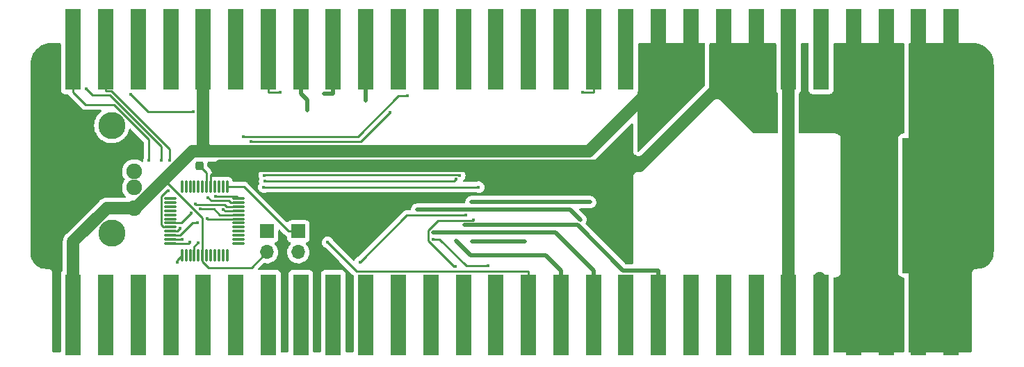
<source format=gbr>
G04 #@! TF.GenerationSoftware,KiCad,Pcbnew,(6.0.6-0)*
G04 #@! TF.CreationDate,2022-08-27T20:22:06+09:00*
G04 #@! TF.ProjectId,MahJamma,4d61684a-616d-46d6-912e-6b696361645f,rev?*
G04 #@! TF.SameCoordinates,Original*
G04 #@! TF.FileFunction,Copper,L1,Top*
G04 #@! TF.FilePolarity,Positive*
%FSLAX46Y46*%
G04 Gerber Fmt 4.6, Leading zero omitted, Abs format (unit mm)*
G04 Created by KiCad (PCBNEW (6.0.6-0)) date 2022-08-27 20:22:06*
%MOMM*%
%LPD*%
G01*
G04 APERTURE LIST*
G04 Aperture macros list*
%AMRoundRect*
0 Rectangle with rounded corners*
0 $1 Rounding radius*
0 $2 $3 $4 $5 $6 $7 $8 $9 X,Y pos of 4 corners*
0 Add a 4 corners polygon primitive as box body*
4,1,4,$2,$3,$4,$5,$6,$7,$8,$9,$2,$3,0*
0 Add four circle primitives for the rounded corners*
1,1,$1+$1,$2,$3*
1,1,$1+$1,$4,$5*
1,1,$1+$1,$6,$7*
1,1,$1+$1,$8,$9*
0 Add four rect primitives between the rounded corners*
20,1,$1+$1,$2,$3,$4,$5,0*
20,1,$1+$1,$4,$5,$6,$7,0*
20,1,$1+$1,$6,$7,$8,$9,0*
20,1,$1+$1,$8,$9,$2,$3,0*%
G04 Aperture macros list end*
G04 #@! TA.AperFunction,SMDPad,CuDef*
%ADD10RoundRect,0.237500X0.237500X-0.300000X0.237500X0.300000X-0.237500X0.300000X-0.237500X-0.300000X0*%
G04 #@! TD*
G04 #@! TA.AperFunction,SMDPad,CuDef*
%ADD11RoundRect,0.075000X-0.662500X-0.075000X0.662500X-0.075000X0.662500X0.075000X-0.662500X0.075000X0*%
G04 #@! TD*
G04 #@! TA.AperFunction,SMDPad,CuDef*
%ADD12RoundRect,0.075000X-0.075000X-0.662500X0.075000X-0.662500X0.075000X0.662500X-0.075000X0.662500X0*%
G04 #@! TD*
G04 #@! TA.AperFunction,ComponentPad*
%ADD13R,1.700000X1.700000*%
G04 #@! TD*
G04 #@! TA.AperFunction,ComponentPad*
%ADD14O,1.700000X1.700000*%
G04 #@! TD*
G04 #@! TA.AperFunction,SMDPad,CuDef*
%ADD15R,1.980000X9.900000*%
G04 #@! TD*
G04 #@! TA.AperFunction,ComponentPad*
%ADD16C,3.300000*%
G04 #@! TD*
G04 #@! TA.AperFunction,ComponentPad*
%ADD17C,1.900000*%
G04 #@! TD*
G04 #@! TA.AperFunction,ViaPad*
%ADD18C,0.400000*%
G04 #@! TD*
G04 #@! TA.AperFunction,Conductor*
%ADD19C,0.250000*%
G04 #@! TD*
G04 #@! TA.AperFunction,Conductor*
%ADD20C,0.500000*%
G04 #@! TD*
G04 #@! TA.AperFunction,Conductor*
%ADD21C,1.500000*%
G04 #@! TD*
G04 APERTURE END LIST*
D10*
X116840000Y-65632500D03*
X116840000Y-63907500D03*
D11*
X113312500Y-69640000D03*
X113312500Y-70140000D03*
X113312500Y-70640000D03*
X113312500Y-71140000D03*
X113312500Y-71640000D03*
X113312500Y-72140000D03*
X113312500Y-72640000D03*
X113312500Y-73140000D03*
X113312500Y-73640000D03*
X113312500Y-74140000D03*
X113312500Y-74640000D03*
X113312500Y-75140000D03*
D12*
X114725000Y-76552500D03*
X115225000Y-76552500D03*
X115725000Y-76552500D03*
X116225000Y-76552500D03*
X116725000Y-76552500D03*
X117225000Y-76552500D03*
X117725000Y-76552500D03*
X118225000Y-76552500D03*
X118725000Y-76552500D03*
X119225000Y-76552500D03*
X119725000Y-76552500D03*
X120225000Y-76552500D03*
D11*
X121637500Y-75140000D03*
X121637500Y-74640000D03*
X121637500Y-74140000D03*
X121637500Y-73640000D03*
X121637500Y-73140000D03*
X121637500Y-72640000D03*
X121637500Y-72140000D03*
X121637500Y-71640000D03*
X121637500Y-71140000D03*
X121637500Y-70640000D03*
X121637500Y-70140000D03*
X121637500Y-69640000D03*
D12*
X120225000Y-68227500D03*
X119725000Y-68227500D03*
X119225000Y-68227500D03*
X118725000Y-68227500D03*
X118225000Y-68227500D03*
X117725000Y-68227500D03*
X117225000Y-68227500D03*
X116725000Y-68227500D03*
X116225000Y-68227500D03*
X115725000Y-68227500D03*
X115225000Y-68227500D03*
X114725000Y-68227500D03*
D10*
X119380000Y-65632500D03*
X119380000Y-63907500D03*
D13*
X125095000Y-73655000D03*
D14*
X125095000Y-76195000D03*
D15*
X208400000Y-51435000D03*
X204440000Y-51435000D03*
X200480000Y-51435000D03*
X196520000Y-51435000D03*
X192560000Y-51435000D03*
X188600000Y-51435000D03*
X184640000Y-51435000D03*
X180680000Y-51435000D03*
X176720000Y-51435000D03*
X172760000Y-51435000D03*
X168800000Y-51435000D03*
X164840000Y-51435000D03*
X160880000Y-51435000D03*
X156920000Y-51435000D03*
X152960000Y-51435000D03*
X149000000Y-51435000D03*
X145040000Y-51435000D03*
X141080000Y-51435000D03*
X137120000Y-51435000D03*
X133160000Y-51435000D03*
X129200000Y-51435000D03*
X125240000Y-51435000D03*
X121280000Y-51435000D03*
X117320000Y-51435000D03*
X113360000Y-51435000D03*
X109400000Y-51435000D03*
X105440000Y-51435000D03*
X101480000Y-51435000D03*
D13*
X128905000Y-73655000D03*
D14*
X128905000Y-76195000D03*
D15*
X101480000Y-83820000D03*
X105440000Y-83820000D03*
X109400000Y-83820000D03*
X113360000Y-83820000D03*
X117320000Y-83820000D03*
X121280000Y-83820000D03*
X125240000Y-83820000D03*
X129200000Y-83820000D03*
X133160000Y-83820000D03*
X137120000Y-83820000D03*
X141080000Y-83820000D03*
X145040000Y-83820000D03*
X149000000Y-83820000D03*
X152960000Y-83820000D03*
X156920000Y-83820000D03*
X160880000Y-83820000D03*
X164840000Y-83820000D03*
X168800000Y-83820000D03*
X172760000Y-83820000D03*
X176720000Y-83820000D03*
X180680000Y-83820000D03*
X184640000Y-83820000D03*
X188600000Y-83820000D03*
X192560000Y-83820000D03*
X196520000Y-83820000D03*
X200480000Y-83820000D03*
X204440000Y-83820000D03*
X208400000Y-83820000D03*
D16*
X106185000Y-60740000D03*
X106185000Y-73880000D03*
D17*
X108895000Y-70810000D03*
X108895000Y-68310000D03*
X108895000Y-66310000D03*
X108895000Y-63810000D03*
D18*
X110707300Y-65005800D03*
X116329000Y-70307300D03*
X113215400Y-64965900D03*
X118776400Y-69375900D03*
X103024100Y-56244800D03*
X112247800Y-64992200D03*
X117883600Y-69507700D03*
X108472000Y-56930000D03*
X116122700Y-59071300D03*
X119761400Y-70947600D03*
X140044900Y-59173600D03*
X123147400Y-62731000D03*
X115819600Y-71452600D03*
X142146600Y-57118100D03*
X122175000Y-62092100D03*
X113091600Y-68716700D03*
X148101200Y-67267600D03*
X124799400Y-67509200D03*
X114483600Y-73282500D03*
X148548100Y-66832000D03*
X124746000Y-66804100D03*
X116647400Y-72618200D03*
X150845300Y-68246800D03*
X124683100Y-68246800D03*
X114771200Y-74640000D03*
X149278500Y-71704900D03*
X136425100Y-77405000D03*
X114123900Y-77390200D03*
X116920600Y-70899000D03*
X117760100Y-72066300D03*
X145341400Y-73769300D03*
X130003400Y-58892800D03*
X148111900Y-74808200D03*
X131978500Y-56835300D03*
X192405000Y-79375000D03*
X188600000Y-53335000D03*
X188600000Y-81275000D03*
X188600000Y-80005000D03*
X188600000Y-55240000D03*
X163243200Y-72233100D03*
X143379300Y-71014600D03*
X156527100Y-74872700D03*
X150080500Y-74872700D03*
X121692000Y-65632500D03*
X120422000Y-65632500D03*
X119380000Y-65632500D03*
X182880000Y-51435000D03*
X200480000Y-81460000D03*
X200480000Y-79555000D03*
X196520000Y-81610000D03*
X196520000Y-79705000D03*
X180680000Y-54950000D03*
X180680000Y-53635000D03*
X184640000Y-53485000D03*
X184640000Y-55315000D03*
X200480000Y-55425000D03*
X200480000Y-53520000D03*
X196520000Y-53670000D03*
X196520000Y-55575000D03*
X198755000Y-51435000D03*
X116657700Y-75016100D03*
X151977900Y-77869400D03*
X145302000Y-74590500D03*
X126645200Y-56710300D03*
X132473600Y-74985000D03*
X115661700Y-74985000D03*
X147983100Y-77913200D03*
X150191700Y-72224700D03*
X163542700Y-56710300D03*
X164424300Y-70084000D03*
X149997900Y-70084000D03*
X149115000Y-72883200D03*
X137089000Y-57726200D03*
X101480000Y-76955000D03*
X101480000Y-80130000D03*
X117320000Y-56035000D03*
X208400000Y-81160000D03*
X208400000Y-79255000D03*
X204440000Y-81310000D03*
X204440000Y-79405000D03*
X208400000Y-55760000D03*
X208400000Y-53855000D03*
X204440000Y-54005000D03*
X204440000Y-55910000D03*
X174625000Y-51435000D03*
X176720000Y-53785000D03*
X172760000Y-53935000D03*
X172760000Y-55285000D03*
X176868000Y-55542500D03*
D19*
X101480000Y-51435000D02*
X101480000Y-56710300D01*
X116395400Y-70373700D02*
X116329000Y-70307300D01*
X119930500Y-70373700D02*
X116395400Y-70373700D01*
X120196800Y-70640000D02*
X119930500Y-70373700D01*
X121637500Y-70640000D02*
X120196800Y-70640000D01*
X110707300Y-62451000D02*
X110707300Y-65005800D01*
X106422900Y-58166600D02*
X110707300Y-62451000D01*
X102936300Y-58166600D02*
X106422900Y-58166600D01*
X101480000Y-56710300D02*
X102936300Y-58166600D01*
X105440000Y-51435000D02*
X105440000Y-56523700D01*
X106145300Y-56523700D02*
X105440000Y-56523700D01*
X113215400Y-63593800D02*
X106145300Y-56523700D01*
X113215400Y-64965900D02*
X113215400Y-63593800D01*
X121373400Y-69375900D02*
X118776400Y-69375900D01*
X121637500Y-69640000D02*
X121373400Y-69375900D01*
X112247800Y-63319600D02*
X112247800Y-64992200D01*
X105956900Y-57028700D02*
X112247800Y-63319600D01*
X103808000Y-57028700D02*
X105956900Y-57028700D01*
X103024100Y-56244800D02*
X103808000Y-57028700D01*
X118298500Y-69922600D02*
X117883600Y-69507700D01*
X120443900Y-69922600D02*
X118298500Y-69922600D01*
X120661300Y-70140000D02*
X120443900Y-69922600D01*
X121637500Y-70140000D02*
X120661300Y-70140000D01*
X110613300Y-59071300D02*
X116122700Y-59071300D01*
X108472000Y-56930000D02*
X110613300Y-59071300D01*
X119953800Y-71140000D02*
X119761400Y-70947600D01*
X121637500Y-71140000D02*
X119953800Y-71140000D01*
X114632200Y-72640000D02*
X115819600Y-71452600D01*
X113312500Y-72640000D02*
X114632200Y-72640000D01*
X136487500Y-62731000D02*
X123147400Y-62731000D01*
X140044900Y-59173600D02*
X136487500Y-62731000D01*
X112493800Y-73140000D02*
X113312500Y-73140000D01*
X112223900Y-72870100D02*
X112493800Y-73140000D01*
X112223900Y-69359900D02*
X112223900Y-72870100D01*
X112867100Y-68716700D02*
X112223900Y-69359900D01*
X113091600Y-68716700D02*
X112867100Y-68716700D01*
X136125800Y-62092100D02*
X122175000Y-62092100D01*
X141099800Y-57118100D02*
X136125800Y-62092100D01*
X142146600Y-57118100D02*
X141099800Y-57118100D01*
X114126100Y-73640000D02*
X114483600Y-73282500D01*
X113312500Y-73640000D02*
X114126100Y-73640000D01*
X147859600Y-67509200D02*
X124799400Y-67509200D01*
X148101200Y-67267600D02*
X147859600Y-67509200D01*
X114528300Y-74140000D02*
X113312500Y-74140000D01*
X116050100Y-72618200D02*
X114528300Y-74140000D01*
X116647400Y-72618200D02*
X116050100Y-72618200D01*
X124825100Y-66725000D02*
X124746000Y-66804100D01*
X148441100Y-66725000D02*
X124825100Y-66725000D01*
X148548100Y-66832000D02*
X148441100Y-66725000D01*
X114771200Y-74640000D02*
X113312500Y-74640000D01*
X150845300Y-68246800D02*
X124683100Y-68246800D01*
X114123900Y-77153600D02*
X114123900Y-77390200D01*
X114725000Y-76552500D02*
X114123900Y-77153600D01*
X142125200Y-71704900D02*
X149278500Y-71704900D01*
X136425100Y-77405000D02*
X142125200Y-71704900D01*
X118607500Y-70899000D02*
X116920600Y-70899000D01*
X119348500Y-71640000D02*
X118607500Y-70899000D01*
X121637500Y-71640000D02*
X119348500Y-71640000D01*
X117833800Y-72140000D02*
X117760100Y-72066300D01*
X121637500Y-72140000D02*
X117833800Y-72140000D01*
D20*
X129200000Y-51435000D02*
X129200000Y-56835300D01*
X164840000Y-83820000D02*
X164840000Y-78419700D01*
X130003400Y-57638700D02*
X129200000Y-56835300D01*
X130003400Y-58892800D02*
X130003400Y-57638700D01*
X160189600Y-73769300D02*
X145341400Y-73769300D01*
X164840000Y-78419700D02*
X160189600Y-73769300D01*
X133160000Y-51435000D02*
X133160000Y-56835300D01*
X131978500Y-56835300D02*
X133160000Y-56835300D01*
X149867100Y-76563400D02*
X148111900Y-74808200D01*
X159023700Y-76563400D02*
X149867100Y-76563400D01*
X160880000Y-78419700D02*
X159023700Y-76563400D01*
X160880000Y-83820000D02*
X160880000Y-78419700D01*
D21*
X192560000Y-79530000D02*
X192560000Y-83820000D01*
X192405000Y-79375000D02*
X192560000Y-79530000D01*
X188600000Y-53335000D02*
X188600000Y-55240000D01*
X188600000Y-81275000D02*
X188600000Y-83820000D01*
X188600000Y-80005000D02*
X188600000Y-81275000D01*
X188600000Y-55240000D02*
X188600000Y-80005000D01*
X188600000Y-51435000D02*
X188600000Y-53335000D01*
D20*
X162024700Y-71014600D02*
X143379300Y-71014600D01*
X163243200Y-72233100D02*
X162024700Y-71014600D01*
X156527100Y-74872700D02*
X150080500Y-74872700D01*
D19*
X118225000Y-66787500D02*
X119380000Y-65632500D01*
X118225000Y-68227500D02*
X118225000Y-66787500D01*
D21*
X200480000Y-81460000D02*
X200480000Y-83820000D01*
X200480000Y-79555000D02*
X200480000Y-81460000D01*
X200480000Y-55425000D02*
X200480000Y-79555000D01*
X200480000Y-53520000D02*
X200480000Y-55425000D01*
X196520000Y-53670000D02*
X196520000Y-51435000D01*
X196520000Y-55575000D02*
X196520000Y-53670000D01*
X198755000Y-51435000D02*
X200480000Y-51435000D01*
X196520000Y-83820000D02*
X196520000Y-81610000D01*
X200480000Y-83820000D02*
X196520000Y-83820000D01*
X200480000Y-51435000D02*
X200480000Y-53520000D01*
X196520000Y-51435000D02*
X198755000Y-51435000D01*
X121692000Y-65632500D02*
X120422000Y-65632500D01*
X120422000Y-65632500D02*
X119380000Y-65632500D01*
X180680000Y-51435000D02*
X182880000Y-51435000D01*
X182880000Y-51435000D02*
X184640000Y-51435000D01*
X170442000Y-65632500D02*
X121692000Y-65632500D01*
X180680000Y-55395000D02*
X170442000Y-65632500D01*
X180680000Y-54950000D02*
X180680000Y-55395000D01*
X180680000Y-51435000D02*
X180680000Y-54950000D01*
X196520000Y-81610000D02*
X196520000Y-79705000D01*
X196520000Y-79705000D02*
X196520000Y-55575000D01*
D19*
X116225000Y-75448800D02*
X116657700Y-75016100D01*
X116225000Y-76552500D02*
X116225000Y-75448800D01*
X117725000Y-66517500D02*
X116840000Y-65632500D01*
X117725000Y-68227500D02*
X117725000Y-66517500D01*
X128905000Y-73655000D02*
X127729700Y-73655000D01*
X122302200Y-68227500D02*
X127729700Y-73655000D01*
X120225000Y-68227500D02*
X122302200Y-68227500D01*
X146112600Y-74590500D02*
X145302000Y-74590500D01*
X149391500Y-77869400D02*
X146112600Y-74590500D01*
X151977900Y-77869400D02*
X149391500Y-77869400D01*
X125240000Y-51435000D02*
X125240000Y-56710300D01*
X125240000Y-56710300D02*
X126645200Y-56710300D01*
X156920000Y-83820000D02*
X156920000Y-78544700D01*
X136033300Y-78544700D02*
X156920000Y-78544700D01*
X132473600Y-74985000D02*
X136033300Y-78544700D01*
X115481400Y-75165300D02*
X115661700Y-74985000D01*
X113337800Y-75165300D02*
X115481400Y-75165300D01*
X113312500Y-75140000D02*
X113337800Y-75165300D01*
X150108600Y-72307800D02*
X150191700Y-72224700D01*
X145935800Y-72307800D02*
X150108600Y-72307800D01*
X144718600Y-73525000D02*
X145935800Y-72307800D01*
X144718600Y-74761800D02*
X144718600Y-73525000D01*
X147870000Y-77913200D02*
X144718600Y-74761800D01*
X147983100Y-77913200D02*
X147870000Y-77913200D01*
X164840000Y-51435000D02*
X164840000Y-56710300D01*
X164840000Y-56710300D02*
X163542700Y-56710300D01*
D20*
X149997900Y-70084000D02*
X164424300Y-70084000D01*
X137089000Y-56866300D02*
X137089000Y-57726200D01*
X137120000Y-56835300D02*
X137089000Y-56866300D01*
X137120000Y-51435000D02*
X137120000Y-56835300D01*
X172760000Y-83820000D02*
X172760000Y-78419700D01*
X168439300Y-78419700D02*
X172760000Y-78419700D01*
X162902800Y-72883200D02*
X168439300Y-78419700D01*
X149115000Y-72883200D02*
X162902800Y-72883200D01*
D21*
X101480000Y-80130000D02*
X101480000Y-76955000D01*
X172760000Y-55395000D02*
X172760000Y-51435000D01*
X164248000Y-63907500D02*
X172760000Y-55395000D01*
X119380000Y-63907500D02*
X164248000Y-63907500D01*
D19*
X117225000Y-77355700D02*
X117225000Y-76552500D01*
X117974000Y-78105000D02*
X117225000Y-77355700D01*
X123185000Y-78105000D02*
X117974000Y-78105000D01*
X125095000Y-76195000D02*
X123185000Y-78105000D01*
X112598000Y-67403500D02*
X112489000Y-67403500D01*
X117225000Y-72030700D02*
X112598000Y-67403500D01*
X117225000Y-76552500D02*
X117225000Y-72030700D01*
D21*
X117320000Y-51435000D02*
X117320000Y-56035000D01*
X117320000Y-63345000D02*
X117882000Y-63907500D01*
X117320000Y-56035000D02*
X117320000Y-63345000D01*
X101480000Y-83820000D02*
X101480000Y-80130000D01*
X105578000Y-70810000D02*
X108895000Y-70810000D01*
X101480000Y-74908000D02*
X105578000Y-70810000D01*
X101480000Y-76955000D02*
X101480000Y-74908000D01*
X208400000Y-81160000D02*
X208400000Y-83820000D01*
X208400000Y-79255000D02*
X208400000Y-81160000D01*
X204440000Y-81310000D02*
X204440000Y-83820000D01*
X204440000Y-79405000D02*
X204440000Y-81310000D01*
X208400000Y-55760000D02*
X208400000Y-79255000D01*
X208400000Y-53855000D02*
X208400000Y-55760000D01*
X204440000Y-54005000D02*
X204440000Y-79405000D01*
X174625000Y-51435000D02*
X176720000Y-51435000D01*
X172760000Y-51435000D02*
X174625000Y-51435000D01*
X208400000Y-83820000D02*
X204440000Y-83820000D01*
X204440000Y-51435000D02*
X204440000Y-54005000D01*
X204440000Y-51435000D02*
X208400000Y-51435000D01*
X208400000Y-51435000D02*
X208400000Y-53855000D01*
X109082000Y-70810000D02*
X112489000Y-67403500D01*
X108895000Y-70810000D02*
X109082000Y-70810000D01*
X115985000Y-63907500D02*
X116840000Y-63907500D01*
X112489000Y-67403500D02*
X115985000Y-63907500D01*
X116840000Y-63907500D02*
X117882000Y-63907500D01*
X117882000Y-63907500D02*
X119380000Y-63907500D01*
G04 #@! TA.AperFunction,Conductor*
G36*
X211423151Y-50675702D02*
G01*
X211660445Y-50720654D01*
X211674114Y-50724044D01*
X211803034Y-50763789D01*
X211931958Y-50803536D01*
X211945154Y-50808428D01*
X212158593Y-50901422D01*
X212192501Y-50916195D01*
X212205078Y-50922533D01*
X212438855Y-51057233D01*
X212450646Y-51064935D01*
X212667943Y-51224893D01*
X212678776Y-51233842D01*
X212876871Y-51417060D01*
X212886652Y-51427179D01*
X213063047Y-51631343D01*
X213071634Y-51642484D01*
X213224147Y-51865068D01*
X213231438Y-51877100D01*
X213358162Y-52115323D01*
X213364064Y-52128094D01*
X213463398Y-52378943D01*
X213467844Y-52392307D01*
X213538565Y-52652686D01*
X213541490Y-52666459D01*
X213580465Y-52918588D01*
X213582709Y-52933103D01*
X213584079Y-52947120D01*
X213593796Y-53180940D01*
X213592112Y-53207348D01*
X213590401Y-53217386D01*
X213592847Y-53238441D01*
X213594607Y-53253594D01*
X213595449Y-53268133D01*
X213595449Y-76150633D01*
X213593949Y-76170018D01*
X213591639Y-76184851D01*
X213591639Y-76184855D01*
X213590258Y-76193724D01*
X213592348Y-76209708D01*
X213593127Y-76234499D01*
X213577678Y-76464054D01*
X213575410Y-76480823D01*
X213524116Y-76731801D01*
X213519622Y-76748114D01*
X213435164Y-76989951D01*
X213428525Y-77005516D01*
X213312420Y-77233862D01*
X213303755Y-77248397D01*
X213158099Y-77459126D01*
X213147565Y-77472368D01*
X212974990Y-77661678D01*
X212962776Y-77673390D01*
X212766385Y-77837872D01*
X212752712Y-77847841D01*
X212536058Y-77984522D01*
X212521173Y-77992569D01*
X212288155Y-78098988D01*
X212272325Y-78104968D01*
X212027147Y-78179204D01*
X212010668Y-78183007D01*
X211757754Y-78223723D01*
X211740910Y-78225285D01*
X211666029Y-78227173D01*
X211518114Y-78230903D01*
X211496249Y-78229027D01*
X211491632Y-78228776D01*
X211482831Y-78227025D01*
X211473893Y-78227814D01*
X211473892Y-78227814D01*
X211463958Y-78228691D01*
X211440055Y-78230801D01*
X211428217Y-78231287D01*
X211385279Y-78231024D01*
X211376652Y-78233489D01*
X211376648Y-78233490D01*
X211373488Y-78234393D01*
X211349957Y-78238753D01*
X211346680Y-78239042D01*
X211346670Y-78239044D01*
X211337737Y-78239833D01*
X211329383Y-78243098D01*
X211329381Y-78243098D01*
X211297742Y-78255462D01*
X211286508Y-78259253D01*
X211253859Y-78268584D01*
X211253856Y-78268585D01*
X211245229Y-78271051D01*
X211234867Y-78277589D01*
X211213491Y-78288386D01*
X211202070Y-78292849D01*
X211194964Y-78298330D01*
X211168066Y-78319077D01*
X211158348Y-78325868D01*
X211122042Y-78348776D01*
X211116101Y-78355503D01*
X211113929Y-78357962D01*
X211096447Y-78374320D01*
X211093845Y-78376327D01*
X211093843Y-78376329D01*
X211086736Y-78381811D01*
X211081453Y-78389068D01*
X211061463Y-78416526D01*
X211054039Y-78425775D01*
X211025622Y-78457951D01*
X211021808Y-78466074D01*
X211020412Y-78469048D01*
X211008225Y-78489653D01*
X211001007Y-78499568D01*
X210997973Y-78508014D01*
X210997972Y-78508017D01*
X210986489Y-78539988D01*
X210981961Y-78550945D01*
X210963719Y-78589800D01*
X210962339Y-78598665D01*
X210962337Y-78598670D01*
X210961832Y-78601912D01*
X210955918Y-78625110D01*
X210951773Y-78636652D01*
X210951232Y-78645612D01*
X210949185Y-78679515D01*
X210947913Y-78691309D01*
X210947248Y-78695577D01*
X210947247Y-78695587D01*
X210946500Y-78700386D01*
X210946500Y-78720180D01*
X210946271Y-78727773D01*
X210942994Y-78782046D01*
X210944989Y-78790796D01*
X210945724Y-78799744D01*
X210945170Y-78799790D01*
X210946500Y-78811605D01*
X210946500Y-88265500D01*
X210926498Y-88333621D01*
X210872842Y-88380114D01*
X210820500Y-88391500D01*
X203326000Y-88391500D01*
X203257879Y-88371498D01*
X203211386Y-88317842D01*
X203200000Y-88265500D01*
X203200000Y-50799500D01*
X203220002Y-50731379D01*
X203273658Y-50684886D01*
X203326000Y-50673500D01*
X211399699Y-50673500D01*
X211423151Y-50675702D01*
G37*
G04 #@! TD.AperFunction*
G04 #@! TA.AperFunction,Conductor*
G36*
X201930000Y-88391500D02*
G01*
X194945000Y-88391500D01*
X194945000Y-50673500D01*
X201930000Y-50673500D01*
X201930000Y-88391500D01*
G37*
G04 #@! TD.AperFunction*
G04 #@! TA.AperFunction,Conductor*
G36*
X187043621Y-50693502D02*
G01*
X187090114Y-50747158D01*
X187101500Y-50799500D01*
X187101500Y-56433134D01*
X187108255Y-56495316D01*
X187159385Y-56631705D01*
X187246739Y-56748261D01*
X187291067Y-56781483D01*
X187333580Y-56838342D01*
X187341500Y-56882308D01*
X187341500Y-60960000D01*
X184150000Y-60960000D01*
X179070000Y-55880000D01*
X179070000Y-50673500D01*
X186975500Y-50673500D01*
X187043621Y-50693502D01*
G37*
G04 #@! TD.AperFunction*
G04 #@! TA.AperFunction,Conductor*
G36*
X191003621Y-50693502D02*
G01*
X191050114Y-50747158D01*
X191061500Y-50799500D01*
X191061500Y-56433134D01*
X191068255Y-56495316D01*
X191119385Y-56631705D01*
X191206739Y-56748261D01*
X191323295Y-56835615D01*
X191459684Y-56886745D01*
X191521866Y-56893500D01*
X193598134Y-56893500D01*
X193660316Y-56886745D01*
X193796705Y-56835615D01*
X193913261Y-56748261D01*
X194000615Y-56631705D01*
X194051745Y-56495316D01*
X194058500Y-56433134D01*
X194058500Y-50799500D01*
X194078502Y-50731379D01*
X194132158Y-50684886D01*
X194184500Y-50673500D01*
X194945000Y-50673500D01*
X194945000Y-60960000D01*
X189858500Y-60960000D01*
X189858500Y-56882308D01*
X189878502Y-56814187D01*
X189908932Y-56781484D01*
X189953261Y-56748261D01*
X190040615Y-56631705D01*
X190091745Y-56495316D01*
X190098500Y-56433134D01*
X190098500Y-50799500D01*
X190118502Y-50731379D01*
X190172158Y-50684886D01*
X190224500Y-50673500D01*
X190935500Y-50673500D01*
X191003621Y-50693502D01*
G37*
G04 #@! TD.AperFunction*
G04 #@! TA.AperFunction,Conductor*
G36*
X203200000Y-78740000D02*
G01*
X202569500Y-78740000D01*
X202501379Y-78719998D01*
X202454886Y-78666342D01*
X202443500Y-78614000D01*
X202443500Y-62356000D01*
X202463502Y-62287879D01*
X202517158Y-62241386D01*
X202569500Y-62230000D01*
X203200000Y-62230000D01*
X203200000Y-78740000D01*
G37*
G04 #@! TD.AperFunction*
G04 #@! TA.AperFunction,Conductor*
G36*
X178377121Y-50693502D02*
G01*
X178423614Y-50747158D01*
X178435000Y-50799500D01*
X178435000Y-55807953D01*
X178414998Y-55876074D01*
X178398094Y-55897050D01*
X170395091Y-63899662D01*
X170332780Y-63933684D01*
X170261965Y-63928618D01*
X170205130Y-63886070D01*
X170180321Y-63819549D01*
X170180000Y-63810563D01*
X170180000Y-56754559D01*
X170200002Y-56686438D01*
X170205174Y-56678994D01*
X170235229Y-56638892D01*
X170235230Y-56638890D01*
X170240615Y-56631705D01*
X170291745Y-56495316D01*
X170298500Y-56433134D01*
X170298500Y-50799500D01*
X170318502Y-50731379D01*
X170372158Y-50684886D01*
X170424500Y-50673500D01*
X178309000Y-50673500D01*
X178377121Y-50693502D01*
G37*
G04 #@! TD.AperFunction*
G04 #@! TA.AperFunction,Conductor*
G36*
X201930360Y-78617346D02*
G01*
X201930360Y-78617351D01*
X201941314Y-78719238D01*
X201941734Y-78723149D01*
X201942452Y-78726449D01*
X201942452Y-78726450D01*
X201951390Y-78767537D01*
X201953120Y-78775491D01*
X201987790Y-78879657D01*
X202066808Y-79002612D01*
X202113301Y-79056268D01*
X202116694Y-79059208D01*
X202216950Y-79146081D01*
X202216953Y-79146083D01*
X202223761Y-79151982D01*
X202356710Y-79212698D01*
X202380464Y-79219673D01*
X202420508Y-79231431D01*
X202420512Y-79231432D01*
X202424831Y-79232700D01*
X202429280Y-79233340D01*
X202429286Y-79233341D01*
X202499349Y-79243414D01*
X202569500Y-79253500D01*
X202570355Y-79253500D01*
X202636012Y-79277991D01*
X202678557Y-79334828D01*
X202686500Y-79378857D01*
X202686500Y-88265500D01*
X202666498Y-88333621D01*
X202612842Y-88380114D01*
X202560500Y-88391500D01*
X201930000Y-88391500D01*
X201930000Y-78614000D01*
X201930360Y-78617346D01*
G37*
G04 #@! TD.AperFunction*
G04 #@! TA.AperFunction,Conductor*
G36*
X194945000Y-88391500D02*
G01*
X194184500Y-88391500D01*
X194116379Y-88371498D01*
X194069886Y-88317842D01*
X194058500Y-88265500D01*
X194058500Y-79379500D01*
X194078502Y-79311379D01*
X194132158Y-79264886D01*
X194184500Y-79253500D01*
X194305500Y-79253500D01*
X194308846Y-79253140D01*
X194308851Y-79253140D01*
X194411285Y-79242128D01*
X194411292Y-79242127D01*
X194414649Y-79241766D01*
X194417950Y-79241048D01*
X194463710Y-79231094D01*
X194463715Y-79231093D01*
X194466991Y-79230380D01*
X194571157Y-79195710D01*
X194694112Y-79116692D01*
X194747768Y-79070199D01*
X194803388Y-79006010D01*
X194837581Y-78966550D01*
X194837583Y-78966547D01*
X194843482Y-78959739D01*
X194904198Y-78826790D01*
X194920241Y-78772153D01*
X194922931Y-78762992D01*
X194922932Y-78762988D01*
X194924200Y-78758669D01*
X194926784Y-78740702D01*
X194944361Y-78618447D01*
X194944361Y-78618442D01*
X194945000Y-78614000D01*
X194945000Y-88391500D01*
G37*
G04 #@! TD.AperFunction*
G04 #@! TA.AperFunction,Conductor*
G36*
X99923621Y-50693502D02*
G01*
X99970114Y-50747158D01*
X99981500Y-50799500D01*
X99981500Y-56433134D01*
X99988255Y-56495316D01*
X100039385Y-56631705D01*
X100126739Y-56748261D01*
X100243295Y-56835615D01*
X100379684Y-56886745D01*
X100441866Y-56893500D01*
X100781837Y-56893500D01*
X100849958Y-56913502D01*
X100893158Y-56964379D01*
X100893981Y-56963892D01*
X100893982Y-56963893D01*
X100898021Y-56970722D01*
X100904293Y-56981328D01*
X100912988Y-56999076D01*
X100920448Y-57017917D01*
X100925108Y-57024331D01*
X100925110Y-57024334D01*
X100946436Y-57053687D01*
X100952952Y-57063607D01*
X100971176Y-57094421D01*
X100975458Y-57101662D01*
X100989779Y-57115983D01*
X101002619Y-57131016D01*
X101014528Y-57147407D01*
X101041346Y-57169593D01*
X101048605Y-57175598D01*
X101057384Y-57183588D01*
X102432643Y-58558847D01*
X102440187Y-58567137D01*
X102444300Y-58573618D01*
X102450077Y-58579043D01*
X102493967Y-58620258D01*
X102496809Y-58623013D01*
X102516530Y-58642734D01*
X102519725Y-58645212D01*
X102528747Y-58652918D01*
X102560979Y-58683186D01*
X102567928Y-58687006D01*
X102578732Y-58692946D01*
X102595256Y-58703799D01*
X102611259Y-58716213D01*
X102651843Y-58733776D01*
X102662473Y-58738983D01*
X102701240Y-58760295D01*
X102708917Y-58762266D01*
X102708922Y-58762268D01*
X102720858Y-58765332D01*
X102739566Y-58771737D01*
X102758155Y-58779781D01*
X102765983Y-58781021D01*
X102765990Y-58781023D01*
X102801824Y-58786699D01*
X102813444Y-58789105D01*
X102848589Y-58798128D01*
X102856270Y-58800100D01*
X102876524Y-58800100D01*
X102896234Y-58801651D01*
X102916243Y-58804820D01*
X102924135Y-58804074D01*
X102960261Y-58800659D01*
X102972119Y-58800100D01*
X104795282Y-58800100D01*
X104863403Y-58820102D01*
X104909896Y-58873758D01*
X104920000Y-58944032D01*
X104890506Y-59008612D01*
X104874063Y-59024434D01*
X104720549Y-59147422D01*
X104717605Y-59150524D01*
X104717601Y-59150528D01*
X104554791Y-59322094D01*
X104517961Y-59360905D01*
X104346220Y-59599908D01*
X104208504Y-59860007D01*
X104107362Y-60136390D01*
X104044666Y-60423943D01*
X104021575Y-60717344D01*
X104038516Y-61011164D01*
X104039341Y-61015371D01*
X104039342Y-61015376D01*
X104064459Y-61143396D01*
X104095177Y-61299966D01*
X104096564Y-61304016D01*
X104096565Y-61304021D01*
X104189120Y-61574351D01*
X104190509Y-61578407D01*
X104211807Y-61620753D01*
X104291170Y-61778549D01*
X104322747Y-61841334D01*
X104325173Y-61844863D01*
X104325176Y-61844869D01*
X104411981Y-61971170D01*
X104489445Y-62083881D01*
X104687518Y-62301560D01*
X104690807Y-62304310D01*
X104910009Y-62487592D01*
X104910014Y-62487596D01*
X104913301Y-62490344D01*
X104979051Y-62531589D01*
X105158976Y-62644456D01*
X105158980Y-62644458D01*
X105162616Y-62646739D01*
X105290556Y-62704506D01*
X105426937Y-62766085D01*
X105426941Y-62766087D01*
X105430849Y-62767851D01*
X105434968Y-62769071D01*
X105708924Y-62850221D01*
X105708929Y-62850222D01*
X105713037Y-62851439D01*
X105717271Y-62852087D01*
X105717276Y-62852088D01*
X105999717Y-62895307D01*
X105999719Y-62895307D01*
X106003959Y-62895956D01*
X106153772Y-62898310D01*
X106293940Y-62900512D01*
X106293946Y-62900512D01*
X106298231Y-62900579D01*
X106590408Y-62865222D01*
X106792664Y-62812161D01*
X106870939Y-62791626D01*
X106870940Y-62791626D01*
X106875082Y-62790539D01*
X107146988Y-62677912D01*
X107401092Y-62529425D01*
X107632694Y-62347827D01*
X107680605Y-62298387D01*
X107834523Y-62139554D01*
X107837506Y-62136476D01*
X108011741Y-61899285D01*
X108035106Y-61856252D01*
X108150122Y-61644418D01*
X108150123Y-61644416D01*
X108152172Y-61640642D01*
X108233354Y-61425800D01*
X108254685Y-61369351D01*
X108254686Y-61369347D01*
X108256203Y-61365333D01*
X108292848Y-61205332D01*
X108327553Y-61143396D01*
X108390234Y-61110056D01*
X108460990Y-61115895D01*
X108504763Y-61144367D01*
X110036895Y-62676499D01*
X110070921Y-62738811D01*
X110073800Y-62765594D01*
X110073800Y-64656412D01*
X110065193Y-64702182D01*
X110026073Y-64802520D01*
X110016018Y-64828309D01*
X110015026Y-64835842D01*
X110015026Y-64835843D01*
X109996362Y-64977616D01*
X109993635Y-64998326D01*
X109994469Y-65005877D01*
X109999373Y-65050302D01*
X109986967Y-65120206D01*
X109938737Y-65172306D01*
X109869996Y-65190060D01*
X109802569Y-65167832D01*
X109796042Y-65163010D01*
X109708946Y-65094226D01*
X109704888Y-65091021D01*
X109494922Y-64975113D01*
X109372458Y-64931746D01*
X109273720Y-64896781D01*
X109273716Y-64896780D01*
X109268845Y-64895055D01*
X109263752Y-64894148D01*
X109263749Y-64894147D01*
X109037816Y-64853902D01*
X109037810Y-64853901D01*
X109032727Y-64852996D01*
X108945460Y-64851930D01*
X108798081Y-64850129D01*
X108798079Y-64850129D01*
X108792911Y-64850066D01*
X108555837Y-64886343D01*
X108327871Y-64960854D01*
X108115136Y-65071597D01*
X108111003Y-65074700D01*
X108111000Y-65074702D01*
X107927480Y-65212493D01*
X107923345Y-65215598D01*
X107919773Y-65219336D01*
X107801994Y-65342585D01*
X107757648Y-65388990D01*
X107622495Y-65587117D01*
X107565003Y-65710973D01*
X107540505Y-65763749D01*
X107521516Y-65804656D01*
X107457424Y-66035768D01*
X107431938Y-66274244D01*
X107432235Y-66279396D01*
X107432235Y-66279400D01*
X107435742Y-66340221D01*
X107445744Y-66513680D01*
X107446879Y-66518717D01*
X107446880Y-66518723D01*
X107487395Y-66698502D01*
X107498470Y-66747646D01*
X107588702Y-66969859D01*
X107714014Y-67174351D01*
X107717395Y-67178254D01*
X107757579Y-67224644D01*
X107787061Y-67289229D01*
X107776946Y-67359502D01*
X107760580Y-67385921D01*
X107757648Y-67388990D01*
X107622495Y-67587117D01*
X107578107Y-67682742D01*
X107528295Y-67790053D01*
X107521516Y-67804656D01*
X107457424Y-68035768D01*
X107431938Y-68274244D01*
X107445744Y-68513680D01*
X107446879Y-68518717D01*
X107446880Y-68518723D01*
X107463085Y-68590630D01*
X107498470Y-68747646D01*
X107500419Y-68752445D01*
X107583316Y-68956594D01*
X107588702Y-68969859D01*
X107714014Y-69174351D01*
X107860107Y-69343005D01*
X107889588Y-69407588D01*
X107879473Y-69477860D01*
X107832972Y-69531509D01*
X107764868Y-69551500D01*
X105669395Y-69551500D01*
X105652948Y-69550422D01*
X105636483Y-69548254D01*
X105636479Y-69548254D01*
X105630913Y-69547521D01*
X105549512Y-69551360D01*
X105543576Y-69551500D01*
X105521001Y-69551500D01*
X105501981Y-69553197D01*
X105495011Y-69553819D01*
X105489749Y-69554178D01*
X105473568Y-69554941D01*
X105406512Y-69558104D01*
X105401053Y-69559354D01*
X105401048Y-69559355D01*
X105389030Y-69562108D01*
X105372101Y-69564789D01*
X105354238Y-69566383D01*
X105348822Y-69567865D01*
X105348820Y-69567865D01*
X105273867Y-69588370D01*
X105268749Y-69589656D01*
X105193000Y-69607005D01*
X105192998Y-69607006D01*
X105187530Y-69608258D01*
X105177030Y-69612737D01*
X105171033Y-69615294D01*
X105154858Y-69620927D01*
X105142961Y-69624182D01*
X105142957Y-69624183D01*
X105137549Y-69625663D01*
X105110933Y-69638358D01*
X105062333Y-69661539D01*
X105057524Y-69663710D01*
X104980891Y-69696397D01*
X104965890Y-69706251D01*
X104950975Y-69714654D01*
X104934782Y-69722378D01*
X104930234Y-69725646D01*
X104930229Y-69725649D01*
X104867114Y-69771002D01*
X104862777Y-69773982D01*
X104793125Y-69819735D01*
X104772344Y-69838251D01*
X104762048Y-69846500D01*
X104752346Y-69853471D01*
X104716947Y-69890000D01*
X104677968Y-69930223D01*
X104676579Y-69931633D01*
X100654737Y-73953475D01*
X100642347Y-73964342D01*
X100624708Y-73977877D01*
X100580232Y-74026756D01*
X100569842Y-74038174D01*
X100565743Y-74042469D01*
X100549802Y-74058410D01*
X100548007Y-74060557D01*
X100548005Y-74060559D01*
X100533068Y-74078423D01*
X100529600Y-74082398D01*
X100477288Y-74139888D01*
X100477281Y-74139897D01*
X100473515Y-74144036D01*
X100470538Y-74148782D01*
X100470537Y-74148783D01*
X100463987Y-74159225D01*
X100453911Y-74173093D01*
X100446004Y-74182549D01*
X100445997Y-74182559D01*
X100442406Y-74186854D01*
X100402207Y-74257331D01*
X100401118Y-74259240D01*
X100398413Y-74263759D01*
X100390693Y-74276066D01*
X100365607Y-74316058D01*
X100354136Y-74334344D01*
X100352043Y-74339549D01*
X100352042Y-74339552D01*
X100347448Y-74350979D01*
X100339988Y-74366411D01*
X100333880Y-74377119D01*
X100333876Y-74377128D01*
X100331101Y-74381993D01*
X100329232Y-74387270D01*
X100329230Y-74387275D01*
X100303285Y-74460542D01*
X100301420Y-74465478D01*
X100270344Y-74542783D01*
X100269208Y-74548270D01*
X100269207Y-74548272D01*
X100266706Y-74560349D01*
X100262101Y-74576844D01*
X100256111Y-74593759D01*
X100245741Y-74657086D01*
X100242643Y-74676001D01*
X100241683Y-74681180D01*
X100224787Y-74762767D01*
X100224521Y-74767379D01*
X100224521Y-74767380D01*
X100223185Y-74790548D01*
X100221738Y-74803653D01*
X100220714Y-74809910D01*
X100219806Y-74815457D01*
X100219894Y-74821070D01*
X100219894Y-74821072D01*
X100221484Y-74922264D01*
X100221500Y-74924243D01*
X100221500Y-78372692D01*
X100201498Y-78440813D01*
X100171068Y-78473516D01*
X100126739Y-78506739D01*
X100039385Y-78623295D01*
X99988255Y-78759684D01*
X99981500Y-78821866D01*
X99981500Y-88265500D01*
X99961498Y-88333621D01*
X99907842Y-88380114D01*
X99855500Y-88391500D01*
X99059500Y-88391500D01*
X98991379Y-88371498D01*
X98944886Y-88317842D01*
X98933500Y-88265500D01*
X98933500Y-78805424D01*
X98935707Y-78783960D01*
X98935896Y-78780939D01*
X98937722Y-78772153D01*
X98933899Y-78724237D01*
X98933500Y-78714218D01*
X98933500Y-78703487D01*
X98931219Y-78687557D01*
X98930347Y-78679725D01*
X98929369Y-78667469D01*
X98926137Y-78626956D01*
X98922939Y-78618564D01*
X98921360Y-78611565D01*
X98919353Y-78604703D01*
X98918080Y-78595813D01*
X98896161Y-78547605D01*
X98893125Y-78540330D01*
X98877466Y-78499243D01*
X98877464Y-78499239D01*
X98874266Y-78490848D01*
X98868843Y-78483694D01*
X98865356Y-78477405D01*
X98861505Y-78471385D01*
X98857792Y-78463218D01*
X98823221Y-78423096D01*
X98818262Y-78416962D01*
X98791701Y-78381921D01*
X98791700Y-78381920D01*
X98786279Y-78374768D01*
X98779069Y-78369426D01*
X98773979Y-78364390D01*
X98768574Y-78359675D01*
X98762713Y-78352873D01*
X98718258Y-78324059D01*
X98711777Y-78319563D01*
X98669250Y-78288050D01*
X98660824Y-78284944D01*
X98654510Y-78281531D01*
X98648021Y-78278532D01*
X98640485Y-78273648D01*
X98589753Y-78258476D01*
X98582266Y-78255980D01*
X98541007Y-78240768D01*
X98541006Y-78240768D01*
X98532585Y-78237663D01*
X98523627Y-78237046D01*
X98516618Y-78235545D01*
X98509537Y-78234487D01*
X98500934Y-78231914D01*
X98491960Y-78231859D01*
X98491959Y-78231859D01*
X98447969Y-78231590D01*
X98440086Y-78231294D01*
X98421358Y-78230005D01*
X98387270Y-78227658D01*
X98378498Y-78229581D01*
X98371348Y-78230107D01*
X98364255Y-78231079D01*
X98355279Y-78231024D01*
X98347274Y-78233312D01*
X98334343Y-78234325D01*
X98213205Y-78236789D01*
X98137039Y-78238337D01*
X98120589Y-78237595D01*
X97960734Y-78219866D01*
X97885807Y-78211555D01*
X97869599Y-78208676D01*
X97670688Y-78159735D01*
X97640213Y-78152237D01*
X97624514Y-78147266D01*
X97404453Y-78061396D01*
X97389536Y-78054420D01*
X97254166Y-77979969D01*
X97182552Y-77940583D01*
X97168674Y-77931722D01*
X96978307Y-77791866D01*
X96965704Y-77781272D01*
X96951100Y-77767268D01*
X96803954Y-77626173D01*
X96795198Y-77617777D01*
X96784082Y-77605627D01*
X96738506Y-77548757D01*
X96636353Y-77421290D01*
X96626928Y-77407811D01*
X96504494Y-77205769D01*
X96496901Y-77191163D01*
X96491440Y-77178734D01*
X96401873Y-76974904D01*
X96396248Y-76959429D01*
X96392854Y-76947766D01*
X96330234Y-76732616D01*
X96326676Y-76716542D01*
X96319124Y-76667381D01*
X96290805Y-76483050D01*
X96289374Y-76466649D01*
X96286892Y-76352001D01*
X96284986Y-76264004D01*
X96287000Y-76241255D01*
X96287208Y-76237535D01*
X96288976Y-76228734D01*
X96285020Y-76182998D01*
X96284551Y-76172140D01*
X96284551Y-53280410D01*
X96286051Y-53261026D01*
X96288361Y-53246192D01*
X96288361Y-53246189D01*
X96289742Y-53237319D01*
X96287468Y-53219932D01*
X96286626Y-53196117D01*
X96302347Y-52931610D01*
X96304119Y-52916761D01*
X96355938Y-52628929D01*
X96359456Y-52614394D01*
X96445016Y-52334717D01*
X96450232Y-52320701D01*
X96568323Y-52053135D01*
X96575163Y-52039836D01*
X96724125Y-51788146D01*
X96732489Y-51775755D01*
X96887136Y-51573657D01*
X96910222Y-51543486D01*
X96919997Y-51532172D01*
X97124001Y-51322594D01*
X97135043Y-51312521D01*
X97362447Y-51128584D01*
X97374605Y-51119892D01*
X97622182Y-50964206D01*
X97635291Y-50957010D01*
X97899582Y-50831746D01*
X97913450Y-50826155D01*
X97992863Y-50799500D01*
X98190717Y-50733090D01*
X98205152Y-50729181D01*
X98358484Y-50697287D01*
X98457400Y-50676713D01*
X98484160Y-50674078D01*
X98487168Y-50674105D01*
X98487987Y-50674112D01*
X98487989Y-50674112D01*
X98493370Y-50674159D01*
X98495254Y-50673626D01*
X98497137Y-50673500D01*
X99855500Y-50673500D01*
X99923621Y-50693502D01*
G37*
G04 #@! TD.AperFunction*
G04 #@! TA.AperFunction,Conductor*
G36*
X179070000Y-55880000D02*
G01*
X184150000Y-60960000D01*
X187341500Y-60960000D01*
X187341500Y-61590500D01*
X187321498Y-61658621D01*
X187267842Y-61705114D01*
X187215500Y-61716500D01*
X184414888Y-61716500D01*
X184346767Y-61696498D01*
X184325793Y-61679595D01*
X180339545Y-57693347D01*
X180336912Y-57691225D01*
X180256707Y-57626589D01*
X180256702Y-57626585D01*
X180254077Y-57624470D01*
X180229145Y-57608446D01*
X180211851Y-57597331D01*
X180211845Y-57597328D01*
X180209017Y-57595510D01*
X180175002Y-57578482D01*
X180117891Y-57549892D01*
X180117886Y-57549890D01*
X180110844Y-57546365D01*
X179968027Y-57515295D01*
X179897212Y-57510229D01*
X179751431Y-57520652D01*
X179742994Y-57523798D01*
X179742992Y-57523799D01*
X179686978Y-57544690D01*
X179614487Y-57571726D01*
X179552175Y-57605749D01*
X179435169Y-57693335D01*
X171460209Y-65667905D01*
X171051971Y-66076124D01*
X170980283Y-66147808D01*
X170977434Y-66150679D01*
X170976044Y-66152091D01*
X170975868Y-66152272D01*
X170975820Y-66152320D01*
X170973226Y-66154975D01*
X170929495Y-66200101D01*
X170908187Y-66217728D01*
X170875548Y-66239167D01*
X170875454Y-66239229D01*
X170875307Y-66239326D01*
X170866394Y-66245315D01*
X170862059Y-66248294D01*
X170861665Y-66248571D01*
X170853550Y-66254273D01*
X170853491Y-66254315D01*
X170853239Y-66254492D01*
X170852999Y-66254664D01*
X170852994Y-66254668D01*
X170823185Y-66276087D01*
X170811524Y-66283530D01*
X170807450Y-66285826D01*
X170795021Y-66291957D01*
X170760990Y-66306471D01*
X170751145Y-66310793D01*
X170750811Y-66310944D01*
X170750743Y-66310974D01*
X170746575Y-66312856D01*
X170746538Y-66312873D01*
X170746332Y-66312966D01*
X170736562Y-66317501D01*
X170717613Y-66326539D01*
X170703195Y-66333416D01*
X170690384Y-66338683D01*
X170685967Y-66340221D01*
X170672661Y-66344048D01*
X170636953Y-66352226D01*
X170636836Y-66352253D01*
X170636593Y-66352309D01*
X170626083Y-66354833D01*
X170620965Y-66356119D01*
X170620631Y-66356207D01*
X170620610Y-66356212D01*
X170610893Y-66358761D01*
X170610835Y-66358777D01*
X170610601Y-66358838D01*
X170610238Y-66358937D01*
X170610228Y-66358940D01*
X170574938Y-66368594D01*
X170561397Y-66371509D01*
X170556787Y-66372239D01*
X170543014Y-66373650D01*
X170522173Y-66374633D01*
X170506046Y-66375393D01*
X170505716Y-66375412D01*
X170505677Y-66375414D01*
X170495565Y-66375996D01*
X170495499Y-66376000D01*
X170495347Y-66376009D01*
X170492136Y-66376228D01*
X170490498Y-66376339D01*
X170490487Y-66376340D01*
X170490117Y-66376365D01*
X170479757Y-66377181D01*
X170471367Y-66377560D01*
X170464299Y-66377643D01*
X170458367Y-66377783D01*
X170457993Y-66377796D01*
X170457932Y-66377798D01*
X170446775Y-66378192D01*
X170446701Y-66378195D01*
X170446306Y-66378209D01*
X170445915Y-66378227D01*
X170445877Y-66378229D01*
X170434897Y-66378747D01*
X170413788Y-66379742D01*
X170399625Y-66379612D01*
X170384169Y-66378599D01*
X170383197Y-66378567D01*
X170383173Y-66378566D01*
X170351574Y-66377532D01*
X170351550Y-66377532D01*
X170350584Y-66377500D01*
X170306000Y-66377500D01*
X170302654Y-66377860D01*
X170302649Y-66377860D01*
X170200215Y-66388872D01*
X170200208Y-66388873D01*
X170196851Y-66389234D01*
X170193551Y-66389952D01*
X170193550Y-66389952D01*
X170147790Y-66399906D01*
X170147785Y-66399907D01*
X170144509Y-66400620D01*
X170040343Y-66435290D01*
X169917388Y-66514308D01*
X169913993Y-66517250D01*
X169913990Y-66517252D01*
X169904160Y-66525770D01*
X169863732Y-66560801D01*
X169860792Y-66564194D01*
X169773919Y-66664450D01*
X169773917Y-66664453D01*
X169768018Y-66671261D01*
X169707302Y-66804210D01*
X169706034Y-66808529D01*
X169695965Y-66842822D01*
X169687300Y-66872331D01*
X169686660Y-66876780D01*
X169686659Y-66876786D01*
X169668990Y-66999679D01*
X169666500Y-67017000D01*
X169666500Y-77535200D01*
X169646498Y-77603321D01*
X169592842Y-77649814D01*
X169540500Y-77661200D01*
X168805671Y-77661200D01*
X168737550Y-77641198D01*
X168716576Y-77624295D01*
X163896542Y-72804261D01*
X163862516Y-72741949D01*
X163867581Y-72671134D01*
X163882739Y-72642447D01*
X163909459Y-72604638D01*
X163913684Y-72598660D01*
X163979798Y-72434610D01*
X163999781Y-72303255D01*
X164005299Y-72266985D01*
X164005299Y-72266981D01*
X164006399Y-72259751D01*
X164005535Y-72249122D01*
X163995981Y-72131674D01*
X163992060Y-72083463D01*
X163987808Y-72070335D01*
X163939808Y-71922167D01*
X163939807Y-71922164D01*
X163937551Y-71915201D01*
X163933755Y-71908945D01*
X163933753Y-71908941D01*
X163848709Y-71768794D01*
X163848709Y-71768793D01*
X163845795Y-71763992D01*
X163838397Y-71755616D01*
X163140376Y-71057595D01*
X163106350Y-70995283D01*
X163111415Y-70924468D01*
X163153962Y-70867632D01*
X163220482Y-70842821D01*
X163229471Y-70842500D01*
X164468593Y-70842500D01*
X164538336Y-70834369D01*
X164592711Y-70828030D01*
X164592715Y-70828029D01*
X164599981Y-70827182D01*
X164606856Y-70824687D01*
X164606858Y-70824686D01*
X164759361Y-70769329D01*
X164759362Y-70769329D01*
X164766237Y-70766833D01*
X164772354Y-70762822D01*
X164772357Y-70762821D01*
X164908033Y-70673868D01*
X164908034Y-70673867D01*
X164914152Y-70669856D01*
X165035790Y-70541453D01*
X165124626Y-70388510D01*
X165128172Y-70376805D01*
X165173773Y-70226239D01*
X165175895Y-70219233D01*
X165186847Y-70042702D01*
X165184816Y-70030878D01*
X165158134Y-69875602D01*
X165158134Y-69875601D01*
X165156894Y-69868386D01*
X165087643Y-69705636D01*
X165083310Y-69699748D01*
X165083307Y-69699743D01*
X165008671Y-69598326D01*
X164982808Y-69563182D01*
X164977230Y-69558443D01*
X164977227Y-69558440D01*
X164853594Y-69453406D01*
X164853590Y-69453403D01*
X164848015Y-69448667D01*
X164750105Y-69398671D01*
X164697008Y-69371558D01*
X164697006Y-69371557D01*
X164690492Y-69368231D01*
X164683387Y-69366492D01*
X164683383Y-69366491D01*
X164578462Y-69340818D01*
X164518690Y-69326192D01*
X164513088Y-69325844D01*
X164513085Y-69325844D01*
X164509475Y-69325620D01*
X164509465Y-69325620D01*
X164507536Y-69325500D01*
X149953607Y-69325500D01*
X149883864Y-69333631D01*
X149829489Y-69339970D01*
X149829485Y-69339971D01*
X149822219Y-69340818D01*
X149815344Y-69343313D01*
X149815342Y-69343314D01*
X149737533Y-69371558D01*
X149655963Y-69401167D01*
X149649846Y-69405178D01*
X149649843Y-69405179D01*
X149554051Y-69467983D01*
X149508048Y-69498144D01*
X149386410Y-69626547D01*
X149297574Y-69779490D01*
X149295453Y-69786494D01*
X149295451Y-69786498D01*
X149266694Y-69881447D01*
X149246305Y-69948767D01*
X149235353Y-70125298D01*
X149235465Y-70125948D01*
X149219807Y-70192385D01*
X149168745Y-70241713D01*
X149110278Y-70256100D01*
X143335007Y-70256100D01*
X143265264Y-70264231D01*
X143210889Y-70270570D01*
X143210885Y-70270571D01*
X143203619Y-70271418D01*
X143196744Y-70273913D01*
X143196742Y-70273914D01*
X143134016Y-70296683D01*
X143037363Y-70331767D01*
X143031246Y-70335778D01*
X143031243Y-70335779D01*
X142895567Y-70424732D01*
X142889448Y-70428744D01*
X142767810Y-70557147D01*
X142678974Y-70710090D01*
X142627705Y-70879367D01*
X142625843Y-70909375D01*
X142623124Y-70953203D01*
X142598942Y-71019954D01*
X142542510Y-71063035D01*
X142497366Y-71071400D01*
X142203968Y-71071400D01*
X142192785Y-71070873D01*
X142185292Y-71069198D01*
X142177366Y-71069447D01*
X142177365Y-71069447D01*
X142117202Y-71071338D01*
X142113244Y-71071400D01*
X142085344Y-71071400D01*
X142081354Y-71071904D01*
X142069520Y-71072836D01*
X142025311Y-71074226D01*
X142017697Y-71076438D01*
X142017692Y-71076439D01*
X142005859Y-71079877D01*
X141986496Y-71083888D01*
X141966403Y-71086426D01*
X141959036Y-71089343D01*
X141959031Y-71089344D01*
X141925292Y-71102702D01*
X141914065Y-71106546D01*
X141871607Y-71118882D01*
X141864781Y-71122919D01*
X141854172Y-71129193D01*
X141836424Y-71137888D01*
X141817583Y-71145348D01*
X141811167Y-71150010D01*
X141811166Y-71150010D01*
X141781813Y-71171336D01*
X141771893Y-71177852D01*
X141740665Y-71196320D01*
X141740662Y-71196322D01*
X141733838Y-71200358D01*
X141719517Y-71214679D01*
X141704484Y-71227519D01*
X141688093Y-71239428D01*
X141659902Y-71273505D01*
X141651912Y-71282284D01*
X136228930Y-76705265D01*
X136183754Y-76734268D01*
X136183709Y-76734285D01*
X136176323Y-76736058D01*
X136169577Y-76739540D01*
X136169574Y-76739541D01*
X136105718Y-76772500D01*
X136023939Y-76814709D01*
X135894715Y-76927439D01*
X135796110Y-77067739D01*
X135779891Y-77109338D01*
X135769726Y-77135410D01*
X135726345Y-77191611D01*
X135659465Y-77215437D01*
X135590322Y-77199323D01*
X135563238Y-77178734D01*
X133166108Y-74781604D01*
X133137337Y-74737046D01*
X133108772Y-74661449D01*
X133108771Y-74661447D01*
X133106087Y-74654344D01*
X133018398Y-74526756D01*
X133013259Y-74519278D01*
X133013258Y-74519276D01*
X133008957Y-74513019D01*
X133003286Y-74507966D01*
X132886593Y-74403996D01*
X132886590Y-74403994D01*
X132880921Y-74398943D01*
X132872925Y-74394709D01*
X132805388Y-74358950D01*
X132729369Y-74318700D01*
X132709304Y-74313660D01*
X132570422Y-74278775D01*
X132570418Y-74278775D01*
X132563051Y-74276924D01*
X132555452Y-74276884D01*
X132555450Y-74276884D01*
X132483994Y-74276510D01*
X132391569Y-74276026D01*
X132384189Y-74277798D01*
X132384187Y-74277798D01*
X132232202Y-74314286D01*
X132232198Y-74314287D01*
X132224823Y-74316058D01*
X132072439Y-74394709D01*
X131943215Y-74507439D01*
X131844610Y-74647739D01*
X131823568Y-74701709D01*
X131786146Y-74797692D01*
X131782318Y-74807509D01*
X131781326Y-74815042D01*
X131781326Y-74815043D01*
X131762017Y-74961712D01*
X131759935Y-74977526D01*
X131766753Y-75039285D01*
X131774560Y-75109992D01*
X131778753Y-75147975D01*
X131781362Y-75155106D01*
X131781363Y-75155108D01*
X131796388Y-75196166D01*
X131837685Y-75309015D01*
X131841922Y-75315321D01*
X131841924Y-75315324D01*
X131855460Y-75335467D01*
X131933330Y-75451349D01*
X131945660Y-75462568D01*
X132053244Y-75560462D01*
X132060165Y-75566760D01*
X132066840Y-75570384D01*
X132204191Y-75644960D01*
X132204193Y-75644961D01*
X132210868Y-75648585D01*
X132218217Y-75650513D01*
X132219094Y-75650743D01*
X132219753Y-75651121D01*
X132225279Y-75653309D01*
X132224962Y-75654110D01*
X132276221Y-75683525D01*
X133904327Y-77311632D01*
X135529648Y-78936953D01*
X135537188Y-78945239D01*
X135541300Y-78951718D01*
X135547077Y-78957143D01*
X135581753Y-78989706D01*
X135617719Y-79050919D01*
X135621500Y-79081556D01*
X135621500Y-88265500D01*
X135601498Y-88333621D01*
X135547842Y-88380114D01*
X135495500Y-88391500D01*
X134784500Y-88391500D01*
X134716379Y-88371498D01*
X134669886Y-88317842D01*
X134658500Y-88265500D01*
X134658500Y-78821866D01*
X134651745Y-78759684D01*
X134600615Y-78623295D01*
X134513261Y-78506739D01*
X134396705Y-78419385D01*
X134260316Y-78368255D01*
X134198134Y-78361500D01*
X132121866Y-78361500D01*
X132059684Y-78368255D01*
X131923295Y-78419385D01*
X131806739Y-78506739D01*
X131719385Y-78623295D01*
X131668255Y-78759684D01*
X131661500Y-78821866D01*
X131661500Y-88265500D01*
X131641498Y-88333621D01*
X131587842Y-88380114D01*
X131535500Y-88391500D01*
X130824500Y-88391500D01*
X130756379Y-88371498D01*
X130709886Y-88317842D01*
X130698500Y-88265500D01*
X130698500Y-78821866D01*
X130691745Y-78759684D01*
X130640615Y-78623295D01*
X130553261Y-78506739D01*
X130436705Y-78419385D01*
X130300316Y-78368255D01*
X130238134Y-78361500D01*
X128161866Y-78361500D01*
X128099684Y-78368255D01*
X127963295Y-78419385D01*
X127846739Y-78506739D01*
X127759385Y-78623295D01*
X127708255Y-78759684D01*
X127701500Y-78821866D01*
X127701500Y-88265500D01*
X127681498Y-88333621D01*
X127627842Y-88380114D01*
X127575500Y-88391500D01*
X126864500Y-88391500D01*
X126796379Y-88371498D01*
X126749886Y-88317842D01*
X126738500Y-88265500D01*
X126738500Y-78821866D01*
X126731745Y-78759684D01*
X126680615Y-78623295D01*
X126593261Y-78506739D01*
X126476705Y-78419385D01*
X126340316Y-78368255D01*
X126278134Y-78361500D01*
X124201866Y-78361500D01*
X124198469Y-78361869D01*
X124168414Y-78365134D01*
X124139684Y-78368255D01*
X124139509Y-78366646D01*
X124077802Y-78363427D01*
X124020156Y-78321984D01*
X123994068Y-78255954D01*
X124007819Y-78186302D01*
X124030455Y-78155449D01*
X124639549Y-77546355D01*
X124701861Y-77512329D01*
X124753762Y-77511979D01*
X124933597Y-77548567D01*
X124938772Y-77548757D01*
X124938774Y-77548757D01*
X125151673Y-77556564D01*
X125151677Y-77556564D01*
X125156837Y-77556753D01*
X125161957Y-77556097D01*
X125161959Y-77556097D01*
X125373288Y-77529025D01*
X125373289Y-77529025D01*
X125378416Y-77528368D01*
X125408751Y-77519267D01*
X125587429Y-77465661D01*
X125587434Y-77465659D01*
X125592384Y-77464174D01*
X125792994Y-77365896D01*
X125974860Y-77236173D01*
X125983555Y-77227509D01*
X126129435Y-77082137D01*
X126133096Y-77078489D01*
X126151456Y-77052939D01*
X126260435Y-76901277D01*
X126263453Y-76897077D01*
X126285763Y-76851937D01*
X126360136Y-76701453D01*
X126360137Y-76701451D01*
X126362430Y-76696811D01*
X126413761Y-76527862D01*
X126425865Y-76488023D01*
X126425865Y-76488021D01*
X126427370Y-76483069D01*
X126456529Y-76261590D01*
X126458074Y-76198365D01*
X126458074Y-76198361D01*
X126458156Y-76195000D01*
X126439852Y-75972361D01*
X126385431Y-75755702D01*
X126296354Y-75550840D01*
X126193843Y-75392382D01*
X126177822Y-75367617D01*
X126177820Y-75367614D01*
X126175014Y-75363277D01*
X126171245Y-75359135D01*
X126027798Y-75201488D01*
X125996746Y-75137642D01*
X126005141Y-75067143D01*
X126050317Y-75012375D01*
X126076761Y-74998706D01*
X126183297Y-74958767D01*
X126191705Y-74955615D01*
X126308261Y-74868261D01*
X126395615Y-74751705D01*
X126446745Y-74615316D01*
X126453500Y-74553134D01*
X126453500Y-73578895D01*
X126473502Y-73510774D01*
X126527158Y-73464281D01*
X126597432Y-73454177D01*
X126662012Y-73483671D01*
X126668595Y-73489800D01*
X127226048Y-74047253D01*
X127233588Y-74055539D01*
X127237700Y-74062018D01*
X127243477Y-74067443D01*
X127287351Y-74108643D01*
X127290193Y-74111398D01*
X127309930Y-74131135D01*
X127313127Y-74133615D01*
X127322147Y-74141318D01*
X127354379Y-74171586D01*
X127361325Y-74175405D01*
X127361328Y-74175407D01*
X127372134Y-74181348D01*
X127388653Y-74192199D01*
X127404659Y-74204614D01*
X127411928Y-74207759D01*
X127411932Y-74207762D01*
X127445237Y-74222174D01*
X127455896Y-74227396D01*
X127481199Y-74241306D01*
X127531259Y-74291650D01*
X127546500Y-74351721D01*
X127546500Y-74553134D01*
X127553255Y-74615316D01*
X127604385Y-74751705D01*
X127691739Y-74868261D01*
X127808295Y-74955615D01*
X127816704Y-74958767D01*
X127816705Y-74958768D01*
X127925451Y-74999535D01*
X127982216Y-75042176D01*
X128006916Y-75108738D01*
X127991709Y-75178087D01*
X127972316Y-75204568D01*
X127845629Y-75337138D01*
X127842715Y-75341410D01*
X127842714Y-75341411D01*
X127824838Y-75367617D01*
X127719743Y-75521680D01*
X127685065Y-75596388D01*
X127662519Y-75644960D01*
X127625688Y-75724305D01*
X127565989Y-75939570D01*
X127542251Y-76161695D01*
X127542548Y-76166848D01*
X127542548Y-76166851D01*
X127548150Y-76264005D01*
X127555110Y-76384715D01*
X127556247Y-76389761D01*
X127556248Y-76389767D01*
X127573575Y-76466649D01*
X127604222Y-76602639D01*
X127650473Y-76716542D01*
X127685653Y-76803180D01*
X127688266Y-76809616D01*
X127690965Y-76814020D01*
X127778501Y-76956866D01*
X127804987Y-77000088D01*
X127951250Y-77168938D01*
X128123126Y-77311632D01*
X128316000Y-77424338D01*
X128524692Y-77504030D01*
X128529760Y-77505061D01*
X128529763Y-77505062D01*
X128637017Y-77526883D01*
X128743597Y-77548567D01*
X128748772Y-77548757D01*
X128748774Y-77548757D01*
X128961673Y-77556564D01*
X128961677Y-77556564D01*
X128966837Y-77556753D01*
X128971957Y-77556097D01*
X128971959Y-77556097D01*
X129183288Y-77529025D01*
X129183289Y-77529025D01*
X129188416Y-77528368D01*
X129218751Y-77519267D01*
X129397429Y-77465661D01*
X129397434Y-77465659D01*
X129402384Y-77464174D01*
X129602994Y-77365896D01*
X129784860Y-77236173D01*
X129793555Y-77227509D01*
X129939435Y-77082137D01*
X129943096Y-77078489D01*
X129961456Y-77052939D01*
X130070435Y-76901277D01*
X130073453Y-76897077D01*
X130095763Y-76851937D01*
X130170136Y-76701453D01*
X130170137Y-76701451D01*
X130172430Y-76696811D01*
X130223761Y-76527862D01*
X130235865Y-76488023D01*
X130235865Y-76488021D01*
X130237370Y-76483069D01*
X130266529Y-76261590D01*
X130268074Y-76198365D01*
X130268074Y-76198361D01*
X130268156Y-76195000D01*
X130249852Y-75972361D01*
X130195431Y-75755702D01*
X130106354Y-75550840D01*
X130003843Y-75392382D01*
X129987822Y-75367617D01*
X129987820Y-75367614D01*
X129985014Y-75363277D01*
X129981245Y-75359135D01*
X129837798Y-75201488D01*
X129806746Y-75137642D01*
X129815141Y-75067143D01*
X129860317Y-75012375D01*
X129886761Y-74998706D01*
X129993297Y-74958767D01*
X130001705Y-74955615D01*
X130118261Y-74868261D01*
X130205615Y-74751705D01*
X130256745Y-74615316D01*
X130263500Y-74553134D01*
X130263500Y-72756866D01*
X130256745Y-72694684D01*
X130205615Y-72558295D01*
X130118261Y-72441739D01*
X130001705Y-72354385D01*
X129865316Y-72303255D01*
X129803134Y-72296500D01*
X128006866Y-72296500D01*
X127944684Y-72303255D01*
X127808295Y-72354385D01*
X127691739Y-72441739D01*
X127686358Y-72448919D01*
X127659205Y-72485149D01*
X127602346Y-72527664D01*
X127531527Y-72532690D01*
X127469284Y-72498679D01*
X123209931Y-68239326D01*
X123969435Y-68239326D01*
X123988253Y-68409775D01*
X123990862Y-68416906D01*
X123990863Y-68416908D01*
X123998788Y-68438564D01*
X124047185Y-68570815D01*
X124142830Y-68713149D01*
X124269665Y-68828560D01*
X124420368Y-68910385D01*
X124586239Y-68953901D01*
X124673686Y-68955274D01*
X124750103Y-68956475D01*
X124750106Y-68956475D01*
X124757702Y-68956594D01*
X124765106Y-68954898D01*
X124765108Y-68954898D01*
X124827946Y-68940506D01*
X124924859Y-68918310D01*
X124973722Y-68893735D01*
X125030335Y-68880300D01*
X150495158Y-68880300D01*
X150555279Y-68895569D01*
X150575892Y-68906761D01*
X150575895Y-68906762D01*
X150582568Y-68910385D01*
X150748439Y-68953901D01*
X150835886Y-68955274D01*
X150912303Y-68956475D01*
X150912306Y-68956475D01*
X150919902Y-68956594D01*
X150927306Y-68954898D01*
X150927308Y-68954898D01*
X150990146Y-68940506D01*
X151087059Y-68918310D01*
X151240258Y-68841259D01*
X151246029Y-68836330D01*
X151246032Y-68836328D01*
X151364878Y-68734823D01*
X151370655Y-68729889D01*
X151470724Y-68590630D01*
X151534685Y-68431520D01*
X151556335Y-68279400D01*
X151558266Y-68265831D01*
X151558266Y-68265827D01*
X151558847Y-68261747D01*
X151559004Y-68246800D01*
X151538402Y-68076558D01*
X151477787Y-67916144D01*
X151422188Y-67835247D01*
X151384959Y-67781078D01*
X151384958Y-67781076D01*
X151380657Y-67774819D01*
X151354333Y-67751365D01*
X151258293Y-67665796D01*
X151258290Y-67665794D01*
X151252621Y-67660743D01*
X151101069Y-67580500D01*
X151083496Y-67576086D01*
X150942122Y-67540575D01*
X150942118Y-67540575D01*
X150934751Y-67538724D01*
X150927152Y-67538684D01*
X150927150Y-67538684D01*
X150855694Y-67538310D01*
X150763269Y-67537826D01*
X150755889Y-67539598D01*
X150755887Y-67539598D01*
X150603902Y-67576086D01*
X150603898Y-67576087D01*
X150596523Y-67577858D01*
X150565249Y-67594000D01*
X150555046Y-67599266D01*
X150497256Y-67613300D01*
X149065833Y-67613300D01*
X148997712Y-67593298D01*
X148951219Y-67539642D01*
X148941115Y-67469368D01*
X148970609Y-67404788D01*
X148984003Y-67391489D01*
X149067675Y-67320027D01*
X149067681Y-67320021D01*
X149073455Y-67315089D01*
X149173524Y-67175830D01*
X149237485Y-67016720D01*
X149242421Y-66982038D01*
X149261066Y-66851031D01*
X149261066Y-66851027D01*
X149261647Y-66846947D01*
X149261804Y-66832000D01*
X149243228Y-66678500D01*
X149242115Y-66669299D01*
X149242114Y-66669296D01*
X149241202Y-66661758D01*
X149230768Y-66634143D01*
X149183271Y-66508447D01*
X149180587Y-66501344D01*
X149152600Y-66460623D01*
X149087759Y-66366278D01*
X149087758Y-66366276D01*
X149083457Y-66360019D01*
X149077743Y-66354928D01*
X148961093Y-66250996D01*
X148961090Y-66250994D01*
X148955421Y-66245943D01*
X148943151Y-66239446D01*
X148810581Y-66169254D01*
X148810582Y-66169254D01*
X148803869Y-66165700D01*
X148692785Y-66137798D01*
X148681162Y-66134055D01*
X148676160Y-66131305D01*
X148656537Y-66126267D01*
X148637834Y-66119863D01*
X148626520Y-66114967D01*
X148626519Y-66114967D01*
X148619245Y-66111819D01*
X148611422Y-66110580D01*
X148611412Y-66110577D01*
X148575576Y-66104901D01*
X148563956Y-66102495D01*
X148528811Y-66093472D01*
X148528810Y-66093472D01*
X148521130Y-66091500D01*
X148500876Y-66091500D01*
X148481165Y-66089949D01*
X148468986Y-66088020D01*
X148461157Y-66086780D01*
X148431886Y-66089547D01*
X148417139Y-66090941D01*
X148405281Y-66091500D01*
X124903867Y-66091500D01*
X124892684Y-66090973D01*
X124885191Y-66089298D01*
X124877265Y-66089547D01*
X124877264Y-66089547D01*
X124817114Y-66091438D01*
X124813155Y-66091500D01*
X124785244Y-66091500D01*
X124781310Y-66091997D01*
X124781309Y-66091997D01*
X124781244Y-66092005D01*
X124769407Y-66092938D01*
X124725210Y-66094327D01*
X124724138Y-66094639D01*
X124714264Y-66095389D01*
X124684411Y-66095233D01*
X124663969Y-66095126D01*
X124656589Y-66096898D01*
X124656587Y-66096898D01*
X124504602Y-66133386D01*
X124504598Y-66133387D01*
X124497223Y-66135158D01*
X124344839Y-66213809D01*
X124215615Y-66326539D01*
X124117010Y-66466839D01*
X124098503Y-66514308D01*
X124057578Y-66619274D01*
X124054718Y-66626609D01*
X124053726Y-66634142D01*
X124053726Y-66634143D01*
X124039449Y-66742592D01*
X124032335Y-66796626D01*
X124051153Y-66967075D01*
X124053762Y-66974206D01*
X124053763Y-66974208D01*
X124088071Y-67067958D01*
X124110085Y-67128115D01*
X124114322Y-67134420D01*
X124122333Y-67146342D01*
X124143726Y-67214039D01*
X124135145Y-67262389D01*
X124108118Y-67331709D01*
X124107126Y-67339242D01*
X124107126Y-67339243D01*
X124088010Y-67484447D01*
X124085735Y-67501726D01*
X124094690Y-67582838D01*
X124103684Y-67664302D01*
X124104553Y-67672175D01*
X124121765Y-67719209D01*
X124126392Y-67790053D01*
X124106526Y-67834959D01*
X124054110Y-67909539D01*
X123991818Y-68069309D01*
X123969435Y-68239326D01*
X123209931Y-68239326D01*
X122805852Y-67835247D01*
X122798312Y-67826961D01*
X122794200Y-67820482D01*
X122744548Y-67773856D01*
X122741707Y-67771102D01*
X122721970Y-67751365D01*
X122718773Y-67748885D01*
X122709751Y-67741180D01*
X122683300Y-67716341D01*
X122677521Y-67710914D01*
X122670575Y-67707095D01*
X122670572Y-67707093D01*
X122659766Y-67701152D01*
X122643247Y-67690301D01*
X122642294Y-67689562D01*
X122627241Y-67677886D01*
X122619972Y-67674741D01*
X122619968Y-67674738D01*
X122586663Y-67660326D01*
X122576013Y-67655109D01*
X122537260Y-67633805D01*
X122517637Y-67628767D01*
X122498934Y-67622363D01*
X122487620Y-67617467D01*
X122487619Y-67617467D01*
X122480345Y-67614319D01*
X122472522Y-67613080D01*
X122472512Y-67613077D01*
X122436676Y-67607401D01*
X122425056Y-67604995D01*
X122389911Y-67595972D01*
X122389910Y-67595972D01*
X122382230Y-67594000D01*
X122361976Y-67594000D01*
X122342265Y-67592449D01*
X122330086Y-67590520D01*
X122322257Y-67589280D01*
X122279752Y-67593298D01*
X122278239Y-67593441D01*
X122266381Y-67594000D01*
X121002852Y-67594000D01*
X120934731Y-67573998D01*
X120888238Y-67520342D01*
X120877930Y-67484447D01*
X120869559Y-67420864D01*
X120868481Y-67412676D01*
X120860439Y-67393259D01*
X120832011Y-67324630D01*
X120809686Y-67270732D01*
X120716157Y-67148843D01*
X120697361Y-67134420D01*
X120600818Y-67060341D01*
X120594267Y-67055314D01*
X120452324Y-66996519D01*
X120358502Y-66984167D01*
X120342331Y-66982038D01*
X120342330Y-66982038D01*
X120338244Y-66981500D01*
X120111756Y-66981500D01*
X120107670Y-66982038D01*
X120107669Y-66982038D01*
X119997676Y-66996519D01*
X119997473Y-66994974D01*
X119952527Y-66994974D01*
X119952324Y-66996519D01*
X119842331Y-66982038D01*
X119842330Y-66982038D01*
X119838244Y-66981500D01*
X119611756Y-66981500D01*
X119607670Y-66982038D01*
X119607669Y-66982038D01*
X119497676Y-66996519D01*
X119497473Y-66994974D01*
X119452527Y-66994974D01*
X119452324Y-66996519D01*
X119342331Y-66982038D01*
X119342330Y-66982038D01*
X119338244Y-66981500D01*
X119111756Y-66981500D01*
X119107670Y-66982038D01*
X119107669Y-66982038D01*
X118997676Y-66996519D01*
X118997473Y-66994974D01*
X118952527Y-66994974D01*
X118952324Y-66996519D01*
X118842331Y-66982038D01*
X118842330Y-66982038D01*
X118838244Y-66981500D01*
X118611756Y-66981500D01*
X118607670Y-66982038D01*
X118607669Y-66982038D01*
X118500946Y-66996088D01*
X118430797Y-66985148D01*
X118377699Y-66938020D01*
X118358500Y-66871166D01*
X118358500Y-66596267D01*
X118359027Y-66585084D01*
X118360702Y-66577591D01*
X118358852Y-66518723D01*
X118358562Y-66509514D01*
X118358500Y-66505555D01*
X118358500Y-66477644D01*
X118357995Y-66473644D01*
X118357062Y-66461801D01*
X118355922Y-66425530D01*
X118355673Y-66417611D01*
X118350021Y-66398157D01*
X118346013Y-66378800D01*
X118344468Y-66366570D01*
X118344468Y-66366569D01*
X118343474Y-66358703D01*
X118337672Y-66344048D01*
X118327196Y-66317588D01*
X118323351Y-66306358D01*
X118313229Y-66271517D01*
X118313229Y-66271516D01*
X118311018Y-66263907D01*
X118306985Y-66257088D01*
X118306983Y-66257083D01*
X118300707Y-66246472D01*
X118292012Y-66228724D01*
X118284552Y-66209883D01*
X118258564Y-66174113D01*
X118252048Y-66164193D01*
X118233580Y-66132965D01*
X118233578Y-66132962D01*
X118229542Y-66126138D01*
X118215221Y-66111817D01*
X118202380Y-66096783D01*
X118200478Y-66094165D01*
X118190472Y-66080393D01*
X118184367Y-66075342D01*
X118184362Y-66075337D01*
X118156402Y-66052206D01*
X118147624Y-66044219D01*
X117860405Y-65757001D01*
X117826380Y-65694688D01*
X117823500Y-65667905D01*
X117823500Y-65292000D01*
X117843502Y-65223879D01*
X117897158Y-65177386D01*
X117949500Y-65166000D01*
X164156626Y-65166000D01*
X164173069Y-65167078D01*
X164195124Y-65169981D01*
X164276515Y-65166140D01*
X164282454Y-65166000D01*
X164304999Y-65166000D01*
X164307785Y-65165751D01*
X164307792Y-65165751D01*
X164331006Y-65163679D01*
X164336268Y-65163320D01*
X164413919Y-65159656D01*
X164413924Y-65159655D01*
X164419525Y-65159391D01*
X164424991Y-65158139D01*
X164424997Y-65158138D01*
X164436988Y-65155391D01*
X164453922Y-65152709D01*
X164460753Y-65152099D01*
X164471762Y-65151117D01*
X164552154Y-65129124D01*
X164557262Y-65127841D01*
X164633037Y-65110484D01*
X164633042Y-65110482D01*
X164638505Y-65109231D01*
X164643660Y-65107032D01*
X164643666Y-65107030D01*
X164654989Y-65102200D01*
X164671175Y-65096563D01*
X164688451Y-65091837D01*
X164693518Y-65089420D01*
X164693521Y-65089419D01*
X164763685Y-65055953D01*
X164768491Y-65053783D01*
X164810412Y-65035900D01*
X164845141Y-65021086D01*
X164849824Y-65018009D01*
X164849829Y-65018007D01*
X164860120Y-65011247D01*
X164875052Y-65002833D01*
X164886151Y-64997539D01*
X164886152Y-64997538D01*
X164891218Y-64995122D01*
X164958904Y-64946485D01*
X164963244Y-64943502D01*
X165029044Y-64900277D01*
X165032903Y-64897742D01*
X165053670Y-64879239D01*
X165063953Y-64871000D01*
X165069098Y-64867303D01*
X165069099Y-64867302D01*
X165073654Y-64864029D01*
X165077555Y-64860003D01*
X165077559Y-64860000D01*
X165148043Y-64787266D01*
X165149429Y-64785858D01*
X169451402Y-60483632D01*
X169513713Y-60449605D01*
X169584529Y-60454668D01*
X169641366Y-60497213D01*
X169666179Y-60563733D01*
X169666500Y-60572725D01*
X169666500Y-63810563D01*
X169666827Y-63828895D01*
X169667148Y-63837881D01*
X169668128Y-63856168D01*
X169699192Y-63998986D01*
X169724001Y-64065507D01*
X169794046Y-64193790D01*
X169897392Y-64297142D01*
X169954227Y-64339690D01*
X170082507Y-64409739D01*
X170225324Y-64440809D01*
X170296139Y-64445875D01*
X170300629Y-64445554D01*
X170432932Y-64436095D01*
X170432936Y-64436094D01*
X170441918Y-64435452D01*
X170578861Y-64384379D01*
X170603587Y-64370879D01*
X170637215Y-64352518D01*
X170637220Y-64352515D01*
X170641172Y-64350357D01*
X170758181Y-64262770D01*
X170761363Y-64259588D01*
X170761369Y-64259583D01*
X178759998Y-56261344D01*
X178761184Y-56260158D01*
X178762290Y-56258926D01*
X178762304Y-56258912D01*
X178796800Y-56220510D01*
X178797922Y-56219261D01*
X178814826Y-56198285D01*
X178846982Y-56153692D01*
X178851676Y-56143415D01*
X178882135Y-56076718D01*
X178907698Y-56020743D01*
X178927700Y-55952622D01*
X178931274Y-55927770D01*
X178947861Y-55812400D01*
X178947861Y-55812395D01*
X178948500Y-55807953D01*
X178948500Y-50799500D01*
X178968502Y-50731379D01*
X179022158Y-50684886D01*
X179070000Y-50674479D01*
X179070000Y-55880000D01*
G37*
G04 #@! TD.AperFunction*
G04 #@! TA.AperFunction,Conductor*
G36*
X194945000Y-62356000D02*
G01*
X194944522Y-62351553D01*
X194933628Y-62250215D01*
X194933627Y-62250208D01*
X194933266Y-62246851D01*
X194932548Y-62243550D01*
X194922594Y-62197790D01*
X194922593Y-62197785D01*
X194921880Y-62194509D01*
X194887210Y-62090343D01*
X194808192Y-61967388D01*
X194761699Y-61913732D01*
X194752433Y-61905703D01*
X194658050Y-61823919D01*
X194658047Y-61823917D01*
X194651239Y-61818018D01*
X194518290Y-61757302D01*
X194488732Y-61748623D01*
X194454492Y-61738569D01*
X194454488Y-61738568D01*
X194450169Y-61737300D01*
X194445720Y-61736660D01*
X194445714Y-61736659D01*
X194309947Y-61717139D01*
X194309942Y-61717139D01*
X194305500Y-61716500D01*
X189984500Y-61716500D01*
X189916379Y-61696498D01*
X189869886Y-61642842D01*
X189858500Y-61590500D01*
X189858500Y-60960000D01*
X194945000Y-60960000D01*
X194945000Y-62356000D01*
G37*
G04 #@! TD.AperFunction*
G04 #@! TA.AperFunction,Conductor*
G36*
X202628621Y-50693502D02*
G01*
X202675114Y-50747158D01*
X202686500Y-50799500D01*
X202686500Y-61590982D01*
X202666498Y-61659103D01*
X202612842Y-61705596D01*
X202569474Y-61716256D01*
X202569500Y-61716500D01*
X202567692Y-61716694D01*
X202567689Y-61716695D01*
X202542315Y-61719423D01*
X202463715Y-61727872D01*
X202463708Y-61727873D01*
X202460351Y-61728234D01*
X202457051Y-61728952D01*
X202457050Y-61728952D01*
X202411290Y-61738906D01*
X202411285Y-61738907D01*
X202408009Y-61739620D01*
X202303843Y-61774290D01*
X202180888Y-61853308D01*
X202127232Y-61899801D01*
X202124292Y-61903194D01*
X202037419Y-62003450D01*
X202037417Y-62003453D01*
X202031518Y-62010261D01*
X201970802Y-62143210D01*
X201950800Y-62211331D01*
X201950160Y-62215780D01*
X201950159Y-62215786D01*
X201931618Y-62344743D01*
X201930000Y-62356000D01*
X201930000Y-50673500D01*
X202560500Y-50673500D01*
X202628621Y-50693502D01*
G37*
G04 #@! TD.AperFunction*
M02*

</source>
